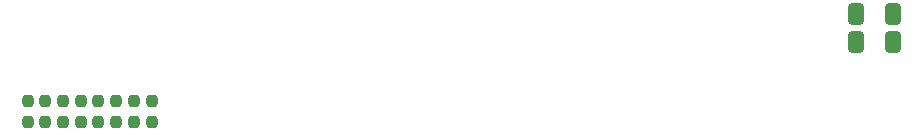
<source format=gbr>
%TF.GenerationSoftware,KiCad,Pcbnew,8.0.4*%
%TF.CreationDate,2024-09-09T03:45:20+02:00*%
%TF.ProjectId,hamodule,68616d6f-6475-46c6-952e-6b696361645f,20240908.24.8-2*%
%TF.SameCoordinates,Original*%
%TF.FileFunction,Paste,Bot*%
%TF.FilePolarity,Positive*%
%FSLAX46Y46*%
G04 Gerber Fmt 4.6, Leading zero omitted, Abs format (unit mm)*
G04 Created by KiCad (PCBNEW 8.0.4) date 2024-09-09 03:45:20*
%MOMM*%
%LPD*%
G01*
G04 APERTURE LIST*
G04 Aperture macros list*
%AMRoundRect*
0 Rectangle with rounded corners*
0 $1 Rounding radius*
0 $2 $3 $4 $5 $6 $7 $8 $9 X,Y pos of 4 corners*
0 Add a 4 corners polygon primitive as box body*
4,1,4,$2,$3,$4,$5,$6,$7,$8,$9,$2,$3,0*
0 Add four circle primitives for the rounded corners*
1,1,$1+$1,$2,$3*
1,1,$1+$1,$4,$5*
1,1,$1+$1,$6,$7*
1,1,$1+$1,$8,$9*
0 Add four rect primitives between the rounded corners*
20,1,$1+$1,$2,$3,$4,$5,0*
20,1,$1+$1,$4,$5,$6,$7,0*
20,1,$1+$1,$6,$7,$8,$9,0*
20,1,$1+$1,$8,$9,$2,$3,0*%
G04 Aperture macros list end*
%ADD10RoundRect,0.250000X0.412500X0.650000X-0.412500X0.650000X-0.412500X-0.650000X0.412500X-0.650000X0*%
%ADD11RoundRect,0.237500X-0.237500X0.250000X-0.237500X-0.250000X0.237500X-0.250000X0.237500X0.250000X0*%
G04 APERTURE END LIST*
D10*
%TO.C,C2*%
X108449000Y30868400D03*
X105324000Y30868400D03*
%TD*%
D11*
%TO.C,R40*%
X36664000Y23518400D03*
X36664000Y21693400D03*
%TD*%
%TO.C,R39*%
X35174000Y23518400D03*
X35174000Y21693400D03*
%TD*%
%TO.C,R41*%
X38174000Y23518400D03*
X38174000Y21693400D03*
%TD*%
%TO.C,R58*%
X45724000Y23518400D03*
X45724000Y21693400D03*
%TD*%
%TO.C,R43*%
X41174000Y23518400D03*
X41174000Y21693400D03*
%TD*%
%TO.C,R57*%
X44174000Y23518400D03*
X44174000Y21693400D03*
%TD*%
%TO.C,R56*%
X42674000Y23518400D03*
X42674000Y21693400D03*
%TD*%
%TO.C,R42*%
X39674000Y23518400D03*
X39674000Y21693400D03*
%TD*%
D10*
%TO.C,C1*%
X108449000Y28468400D03*
X105324000Y28468400D03*
%TD*%
M02*

</source>
